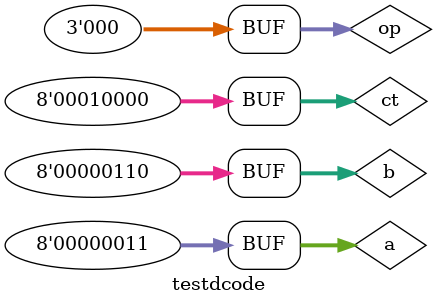
<source format=v>
`timescale 1ns / 1ps


module testdcode(
    );
    reg [2:0]op;
    reg [7:0] a=3;
    reg [7:0] b=6;
    wire [7:0] A;
    wire [7:0] B;
    reg [7:0] ct=16;
    wire saveR;
            wire saveM;
            wire hjR;
            wire hjM;
            wire hjCT;
    Dcode dcode(
    op,
       a,
        b,
        ct,
        A,
        B,
        saveR,
        saveM,
        hjR,
        hjM,
        hjCT
      ); 
   initial 
   begin
   op=0;
   #50
   op=1;
   #50
   op=2;   
   #50
      op=3;
  #50
         op=4;    
     #50
            op=5;
            #50
               op=6;
              #50
                  op=7;
                  #50
                     op=8;
             end
endmodule

</source>
